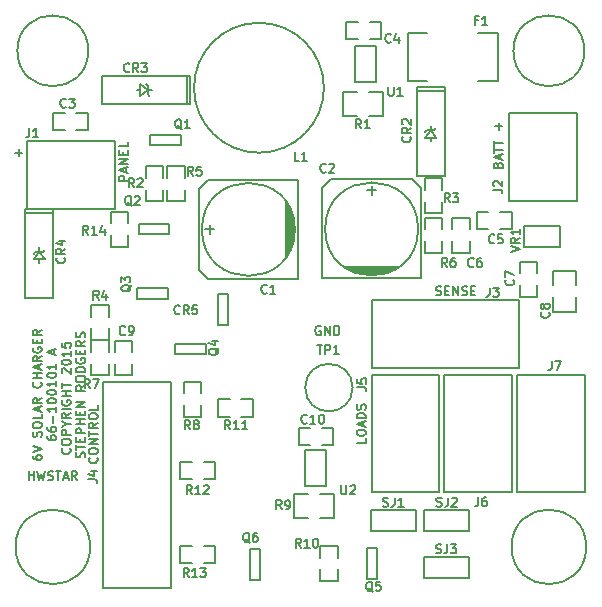
<source format=gto>
G04 (created by PCBNEW (2013-jul-07)-stable) date Mon 11 May 2015 11:07:11 AM PDT*
%MOIN*%
G04 Gerber Fmt 3.4, Leading zero omitted, Abs format*
%FSLAX34Y34*%
G01*
G70*
G90*
G04 APERTURE LIST*
%ADD10C,0.006*%
%ADD11C,0.00787402*%
%ADD12C,0.00590551*%
%ADD13C,0.005*%
G04 APERTURE END LIST*
G54D10*
X73607Y-61161D02*
X73607Y-60861D01*
X73607Y-61004D02*
X73778Y-61004D01*
X73778Y-61161D02*
X73778Y-60861D01*
X73892Y-60861D02*
X73964Y-61161D01*
X74021Y-60947D01*
X74078Y-61161D01*
X74150Y-60861D01*
X74250Y-61147D02*
X74292Y-61161D01*
X74364Y-61161D01*
X74392Y-61147D01*
X74407Y-61132D01*
X74421Y-61104D01*
X74421Y-61075D01*
X74407Y-61047D01*
X74392Y-61032D01*
X74364Y-61018D01*
X74307Y-61004D01*
X74278Y-60990D01*
X74264Y-60975D01*
X74250Y-60947D01*
X74250Y-60918D01*
X74264Y-60890D01*
X74278Y-60875D01*
X74307Y-60861D01*
X74378Y-60861D01*
X74421Y-60875D01*
X74507Y-60861D02*
X74678Y-60861D01*
X74592Y-61161D02*
X74592Y-60861D01*
X74764Y-61075D02*
X74907Y-61075D01*
X74735Y-61161D02*
X74835Y-60861D01*
X74935Y-61161D01*
X75207Y-61161D02*
X75107Y-61018D01*
X75035Y-61161D02*
X75035Y-60861D01*
X75150Y-60861D01*
X75178Y-60875D01*
X75192Y-60890D01*
X75207Y-60918D01*
X75207Y-60961D01*
X75192Y-60990D01*
X75178Y-61004D01*
X75150Y-61018D01*
X75035Y-61018D01*
X73165Y-50247D02*
X73394Y-50247D01*
X73280Y-50361D02*
X73280Y-50132D01*
X73741Y-60341D02*
X73741Y-60398D01*
X73755Y-60427D01*
X73770Y-60441D01*
X73812Y-60469D01*
X73870Y-60484D01*
X73984Y-60484D01*
X74012Y-60469D01*
X74027Y-60455D01*
X74041Y-60427D01*
X74041Y-60369D01*
X74027Y-60341D01*
X74012Y-60327D01*
X73984Y-60312D01*
X73912Y-60312D01*
X73884Y-60327D01*
X73870Y-60341D01*
X73855Y-60369D01*
X73855Y-60427D01*
X73870Y-60455D01*
X73884Y-60469D01*
X73912Y-60484D01*
X73741Y-60227D02*
X74041Y-60127D01*
X73741Y-60027D01*
X74027Y-59712D02*
X74041Y-59670D01*
X74041Y-59598D01*
X74027Y-59570D01*
X74012Y-59555D01*
X73984Y-59541D01*
X73955Y-59541D01*
X73927Y-59555D01*
X73912Y-59570D01*
X73898Y-59598D01*
X73884Y-59655D01*
X73870Y-59684D01*
X73855Y-59698D01*
X73827Y-59712D01*
X73798Y-59712D01*
X73770Y-59698D01*
X73755Y-59684D01*
X73741Y-59655D01*
X73741Y-59584D01*
X73755Y-59541D01*
X73741Y-59355D02*
X73741Y-59298D01*
X73755Y-59270D01*
X73784Y-59241D01*
X73841Y-59227D01*
X73941Y-59227D01*
X73998Y-59241D01*
X74027Y-59270D01*
X74041Y-59298D01*
X74041Y-59355D01*
X74027Y-59384D01*
X73998Y-59412D01*
X73941Y-59427D01*
X73841Y-59427D01*
X73784Y-59412D01*
X73755Y-59384D01*
X73741Y-59355D01*
X74041Y-58955D02*
X74041Y-59098D01*
X73741Y-59098D01*
X73955Y-58870D02*
X73955Y-58727D01*
X74041Y-58898D02*
X73741Y-58798D01*
X74041Y-58698D01*
X74041Y-58427D02*
X73898Y-58527D01*
X74041Y-58598D02*
X73741Y-58598D01*
X73741Y-58484D01*
X73755Y-58455D01*
X73770Y-58441D01*
X73798Y-58427D01*
X73841Y-58427D01*
X73870Y-58441D01*
X73884Y-58455D01*
X73898Y-58484D01*
X73898Y-58598D01*
X74012Y-57898D02*
X74027Y-57912D01*
X74041Y-57955D01*
X74041Y-57984D01*
X74027Y-58027D01*
X73998Y-58055D01*
X73970Y-58070D01*
X73912Y-58084D01*
X73870Y-58084D01*
X73812Y-58070D01*
X73784Y-58055D01*
X73755Y-58027D01*
X73741Y-57984D01*
X73741Y-57955D01*
X73755Y-57912D01*
X73770Y-57898D01*
X74041Y-57770D02*
X73741Y-57770D01*
X73884Y-57770D02*
X73884Y-57598D01*
X74041Y-57598D02*
X73741Y-57598D01*
X73955Y-57470D02*
X73955Y-57327D01*
X74041Y-57498D02*
X73741Y-57398D01*
X74041Y-57298D01*
X74041Y-57027D02*
X73898Y-57127D01*
X74041Y-57198D02*
X73741Y-57198D01*
X73741Y-57084D01*
X73755Y-57055D01*
X73770Y-57041D01*
X73798Y-57027D01*
X73841Y-57027D01*
X73870Y-57041D01*
X73884Y-57055D01*
X73898Y-57084D01*
X73898Y-57198D01*
X73755Y-56741D02*
X73741Y-56770D01*
X73741Y-56812D01*
X73755Y-56855D01*
X73784Y-56884D01*
X73812Y-56898D01*
X73870Y-56912D01*
X73912Y-56912D01*
X73970Y-56898D01*
X73998Y-56884D01*
X74027Y-56855D01*
X74041Y-56812D01*
X74041Y-56784D01*
X74027Y-56741D01*
X74012Y-56727D01*
X73912Y-56727D01*
X73912Y-56784D01*
X73884Y-56598D02*
X73884Y-56498D01*
X74041Y-56455D02*
X74041Y-56598D01*
X73741Y-56598D01*
X73741Y-56455D01*
X74041Y-56155D02*
X73898Y-56255D01*
X74041Y-56327D02*
X73741Y-56327D01*
X73741Y-56212D01*
X73755Y-56184D01*
X73770Y-56170D01*
X73798Y-56155D01*
X73841Y-56155D01*
X73870Y-56170D01*
X73884Y-56184D01*
X73898Y-56212D01*
X73898Y-56327D01*
X74221Y-59691D02*
X74221Y-59748D01*
X74235Y-59777D01*
X74250Y-59791D01*
X74292Y-59819D01*
X74350Y-59834D01*
X74464Y-59834D01*
X74492Y-59819D01*
X74507Y-59805D01*
X74521Y-59777D01*
X74521Y-59719D01*
X74507Y-59691D01*
X74492Y-59677D01*
X74464Y-59662D01*
X74392Y-59662D01*
X74364Y-59677D01*
X74350Y-59691D01*
X74335Y-59719D01*
X74335Y-59777D01*
X74350Y-59805D01*
X74364Y-59819D01*
X74392Y-59834D01*
X74221Y-59405D02*
X74221Y-59462D01*
X74235Y-59491D01*
X74250Y-59505D01*
X74292Y-59534D01*
X74350Y-59548D01*
X74464Y-59548D01*
X74492Y-59534D01*
X74507Y-59519D01*
X74521Y-59491D01*
X74521Y-59434D01*
X74507Y-59405D01*
X74492Y-59391D01*
X74464Y-59377D01*
X74392Y-59377D01*
X74364Y-59391D01*
X74350Y-59405D01*
X74335Y-59434D01*
X74335Y-59491D01*
X74350Y-59519D01*
X74364Y-59534D01*
X74392Y-59548D01*
X74407Y-59248D02*
X74407Y-59019D01*
X74521Y-58719D02*
X74521Y-58891D01*
X74521Y-58805D02*
X74221Y-58805D01*
X74264Y-58834D01*
X74292Y-58862D01*
X74307Y-58891D01*
X74221Y-58534D02*
X74221Y-58505D01*
X74235Y-58477D01*
X74250Y-58462D01*
X74278Y-58448D01*
X74335Y-58434D01*
X74407Y-58434D01*
X74464Y-58448D01*
X74492Y-58462D01*
X74507Y-58477D01*
X74521Y-58505D01*
X74521Y-58534D01*
X74507Y-58562D01*
X74492Y-58577D01*
X74464Y-58591D01*
X74407Y-58605D01*
X74335Y-58605D01*
X74278Y-58591D01*
X74250Y-58577D01*
X74235Y-58562D01*
X74221Y-58534D01*
X74221Y-58248D02*
X74221Y-58219D01*
X74235Y-58191D01*
X74250Y-58177D01*
X74278Y-58162D01*
X74335Y-58148D01*
X74407Y-58148D01*
X74464Y-58162D01*
X74492Y-58177D01*
X74507Y-58191D01*
X74521Y-58219D01*
X74521Y-58248D01*
X74507Y-58277D01*
X74492Y-58291D01*
X74464Y-58305D01*
X74407Y-58319D01*
X74335Y-58319D01*
X74278Y-58305D01*
X74250Y-58291D01*
X74235Y-58277D01*
X74221Y-58248D01*
X74521Y-57862D02*
X74521Y-58034D01*
X74521Y-57948D02*
X74221Y-57948D01*
X74264Y-57977D01*
X74292Y-58005D01*
X74307Y-58034D01*
X74221Y-57677D02*
X74221Y-57648D01*
X74235Y-57620D01*
X74250Y-57605D01*
X74278Y-57591D01*
X74335Y-57577D01*
X74407Y-57577D01*
X74464Y-57591D01*
X74492Y-57605D01*
X74507Y-57620D01*
X74521Y-57648D01*
X74521Y-57677D01*
X74507Y-57705D01*
X74492Y-57720D01*
X74464Y-57734D01*
X74407Y-57748D01*
X74335Y-57748D01*
X74278Y-57734D01*
X74250Y-57720D01*
X74235Y-57705D01*
X74221Y-57677D01*
X74521Y-57291D02*
X74521Y-57462D01*
X74521Y-57377D02*
X74221Y-57377D01*
X74264Y-57405D01*
X74292Y-57434D01*
X74307Y-57462D01*
X74435Y-56948D02*
X74435Y-56805D01*
X74521Y-56977D02*
X74221Y-56877D01*
X74521Y-56777D01*
X74972Y-60105D02*
X74987Y-60119D01*
X75001Y-60162D01*
X75001Y-60191D01*
X74987Y-60234D01*
X74958Y-60262D01*
X74930Y-60277D01*
X74872Y-60291D01*
X74830Y-60291D01*
X74772Y-60277D01*
X74744Y-60262D01*
X74715Y-60234D01*
X74701Y-60191D01*
X74701Y-60162D01*
X74715Y-60119D01*
X74730Y-60105D01*
X74701Y-59919D02*
X74701Y-59862D01*
X74715Y-59834D01*
X74744Y-59805D01*
X74801Y-59791D01*
X74901Y-59791D01*
X74958Y-59805D01*
X74987Y-59834D01*
X75001Y-59862D01*
X75001Y-59919D01*
X74987Y-59948D01*
X74958Y-59977D01*
X74901Y-59991D01*
X74801Y-59991D01*
X74744Y-59977D01*
X74715Y-59948D01*
X74701Y-59919D01*
X75001Y-59662D02*
X74701Y-59662D01*
X74701Y-59548D01*
X74715Y-59519D01*
X74730Y-59505D01*
X74758Y-59491D01*
X74801Y-59491D01*
X74830Y-59505D01*
X74844Y-59519D01*
X74858Y-59548D01*
X74858Y-59662D01*
X74858Y-59305D02*
X75001Y-59305D01*
X74701Y-59405D02*
X74858Y-59305D01*
X74701Y-59205D01*
X75001Y-58934D02*
X74858Y-59034D01*
X75001Y-59105D02*
X74701Y-59105D01*
X74701Y-58991D01*
X74715Y-58962D01*
X74730Y-58948D01*
X74758Y-58934D01*
X74801Y-58934D01*
X74830Y-58948D01*
X74844Y-58962D01*
X74858Y-58991D01*
X74858Y-59105D01*
X75001Y-58805D02*
X74701Y-58805D01*
X74715Y-58505D02*
X74701Y-58534D01*
X74701Y-58577D01*
X74715Y-58619D01*
X74744Y-58648D01*
X74772Y-58662D01*
X74830Y-58677D01*
X74872Y-58677D01*
X74930Y-58662D01*
X74958Y-58648D01*
X74987Y-58619D01*
X75001Y-58577D01*
X75001Y-58548D01*
X74987Y-58505D01*
X74972Y-58491D01*
X74872Y-58491D01*
X74872Y-58548D01*
X75001Y-58362D02*
X74701Y-58362D01*
X74844Y-58362D02*
X74844Y-58191D01*
X75001Y-58191D02*
X74701Y-58191D01*
X74701Y-58091D02*
X74701Y-57919D01*
X75001Y-58005D02*
X74701Y-58005D01*
X74730Y-57605D02*
X74715Y-57591D01*
X74701Y-57562D01*
X74701Y-57491D01*
X74715Y-57462D01*
X74730Y-57448D01*
X74758Y-57434D01*
X74787Y-57434D01*
X74830Y-57448D01*
X75001Y-57619D01*
X75001Y-57434D01*
X74701Y-57248D02*
X74701Y-57219D01*
X74715Y-57191D01*
X74730Y-57177D01*
X74758Y-57162D01*
X74815Y-57148D01*
X74887Y-57148D01*
X74944Y-57162D01*
X74972Y-57177D01*
X74987Y-57191D01*
X75001Y-57219D01*
X75001Y-57248D01*
X74987Y-57277D01*
X74972Y-57291D01*
X74944Y-57305D01*
X74887Y-57319D01*
X74815Y-57319D01*
X74758Y-57305D01*
X74730Y-57291D01*
X74715Y-57277D01*
X74701Y-57248D01*
X75001Y-56862D02*
X75001Y-57034D01*
X75001Y-56948D02*
X74701Y-56948D01*
X74744Y-56977D01*
X74772Y-57005D01*
X74787Y-57034D01*
X74701Y-56591D02*
X74701Y-56734D01*
X74844Y-56748D01*
X74830Y-56734D01*
X74815Y-56705D01*
X74815Y-56634D01*
X74830Y-56605D01*
X74844Y-56591D01*
X74872Y-56577D01*
X74944Y-56577D01*
X74972Y-56591D01*
X74987Y-56605D01*
X75001Y-56634D01*
X75001Y-56705D01*
X74987Y-56734D01*
X74972Y-56748D01*
X75467Y-60405D02*
X75481Y-60362D01*
X75481Y-60291D01*
X75467Y-60262D01*
X75452Y-60248D01*
X75424Y-60234D01*
X75395Y-60234D01*
X75367Y-60248D01*
X75352Y-60262D01*
X75338Y-60291D01*
X75324Y-60348D01*
X75310Y-60377D01*
X75295Y-60391D01*
X75267Y-60405D01*
X75238Y-60405D01*
X75210Y-60391D01*
X75195Y-60377D01*
X75181Y-60348D01*
X75181Y-60277D01*
X75195Y-60234D01*
X75181Y-60148D02*
X75181Y-59977D01*
X75481Y-60062D02*
X75181Y-60062D01*
X75324Y-59877D02*
X75324Y-59777D01*
X75481Y-59734D02*
X75481Y-59877D01*
X75181Y-59877D01*
X75181Y-59734D01*
X75481Y-59605D02*
X75181Y-59605D01*
X75181Y-59491D01*
X75195Y-59462D01*
X75210Y-59448D01*
X75238Y-59434D01*
X75281Y-59434D01*
X75310Y-59448D01*
X75324Y-59462D01*
X75338Y-59491D01*
X75338Y-59605D01*
X75481Y-59305D02*
X75181Y-59305D01*
X75324Y-59305D02*
X75324Y-59134D01*
X75481Y-59134D02*
X75181Y-59134D01*
X75324Y-58991D02*
X75324Y-58891D01*
X75481Y-58848D02*
X75481Y-58991D01*
X75181Y-58991D01*
X75181Y-58848D01*
X75481Y-58719D02*
X75181Y-58719D01*
X75481Y-58548D01*
X75181Y-58548D01*
X75481Y-58005D02*
X75338Y-58105D01*
X75481Y-58177D02*
X75181Y-58177D01*
X75181Y-58062D01*
X75195Y-58034D01*
X75210Y-58020D01*
X75238Y-58005D01*
X75281Y-58005D01*
X75310Y-58020D01*
X75324Y-58034D01*
X75338Y-58062D01*
X75338Y-58177D01*
X75181Y-57820D02*
X75181Y-57762D01*
X75195Y-57734D01*
X75224Y-57705D01*
X75281Y-57691D01*
X75381Y-57691D01*
X75438Y-57705D01*
X75467Y-57734D01*
X75481Y-57762D01*
X75481Y-57820D01*
X75467Y-57848D01*
X75438Y-57877D01*
X75381Y-57891D01*
X75281Y-57891D01*
X75224Y-57877D01*
X75195Y-57848D01*
X75181Y-57820D01*
X75481Y-57562D02*
X75181Y-57562D01*
X75181Y-57491D01*
X75195Y-57448D01*
X75224Y-57419D01*
X75252Y-57405D01*
X75310Y-57391D01*
X75352Y-57391D01*
X75410Y-57405D01*
X75438Y-57419D01*
X75467Y-57448D01*
X75481Y-57491D01*
X75481Y-57562D01*
X75195Y-57105D02*
X75181Y-57134D01*
X75181Y-57177D01*
X75195Y-57219D01*
X75224Y-57248D01*
X75252Y-57262D01*
X75310Y-57277D01*
X75352Y-57277D01*
X75410Y-57262D01*
X75438Y-57248D01*
X75467Y-57219D01*
X75481Y-57177D01*
X75481Y-57148D01*
X75467Y-57105D01*
X75452Y-57091D01*
X75352Y-57091D01*
X75352Y-57148D01*
X75324Y-56962D02*
X75324Y-56862D01*
X75481Y-56819D02*
X75481Y-56962D01*
X75181Y-56962D01*
X75181Y-56819D01*
X75481Y-56519D02*
X75338Y-56619D01*
X75481Y-56691D02*
X75181Y-56691D01*
X75181Y-56577D01*
X75195Y-56548D01*
X75210Y-56534D01*
X75238Y-56519D01*
X75281Y-56519D01*
X75310Y-56534D01*
X75324Y-56548D01*
X75338Y-56577D01*
X75338Y-56691D01*
X75467Y-56405D02*
X75481Y-56362D01*
X75481Y-56291D01*
X75467Y-56262D01*
X75452Y-56248D01*
X75424Y-56234D01*
X75395Y-56234D01*
X75367Y-56248D01*
X75352Y-56262D01*
X75338Y-56291D01*
X75324Y-56348D01*
X75310Y-56377D01*
X75295Y-56391D01*
X75267Y-56405D01*
X75238Y-56405D01*
X75210Y-56391D01*
X75195Y-56377D01*
X75181Y-56348D01*
X75181Y-56277D01*
X75195Y-56234D01*
X84841Y-59765D02*
X84841Y-59908D01*
X84541Y-59908D01*
X84541Y-59608D02*
X84541Y-59551D01*
X84555Y-59522D01*
X84584Y-59494D01*
X84641Y-59480D01*
X84741Y-59480D01*
X84798Y-59494D01*
X84827Y-59522D01*
X84841Y-59551D01*
X84841Y-59608D01*
X84827Y-59637D01*
X84798Y-59665D01*
X84741Y-59680D01*
X84641Y-59680D01*
X84584Y-59665D01*
X84555Y-59637D01*
X84541Y-59608D01*
X84755Y-59365D02*
X84755Y-59222D01*
X84841Y-59394D02*
X84541Y-59294D01*
X84841Y-59194D01*
X84841Y-59094D02*
X84541Y-59094D01*
X84541Y-59022D01*
X84555Y-58980D01*
X84584Y-58951D01*
X84612Y-58937D01*
X84670Y-58922D01*
X84712Y-58922D01*
X84770Y-58937D01*
X84798Y-58951D01*
X84827Y-58980D01*
X84841Y-59022D01*
X84841Y-59094D01*
X84827Y-58808D02*
X84841Y-58765D01*
X84841Y-58694D01*
X84827Y-58665D01*
X84812Y-58651D01*
X84784Y-58637D01*
X84755Y-58637D01*
X84727Y-58651D01*
X84712Y-58665D01*
X84698Y-58694D01*
X84684Y-58751D01*
X84670Y-58780D01*
X84655Y-58794D01*
X84627Y-58808D01*
X84598Y-58808D01*
X84570Y-58794D01*
X84555Y-58780D01*
X84541Y-58751D01*
X84541Y-58680D01*
X84555Y-58637D01*
X87182Y-54987D02*
X87225Y-55001D01*
X87297Y-55001D01*
X87325Y-54987D01*
X87340Y-54972D01*
X87354Y-54944D01*
X87354Y-54915D01*
X87340Y-54887D01*
X87325Y-54872D01*
X87297Y-54858D01*
X87240Y-54844D01*
X87211Y-54830D01*
X87197Y-54815D01*
X87182Y-54787D01*
X87182Y-54758D01*
X87197Y-54730D01*
X87211Y-54715D01*
X87240Y-54701D01*
X87311Y-54701D01*
X87354Y-54715D01*
X87482Y-54844D02*
X87582Y-54844D01*
X87625Y-55001D02*
X87482Y-55001D01*
X87482Y-54701D01*
X87625Y-54701D01*
X87754Y-55001D02*
X87754Y-54701D01*
X87925Y-55001D01*
X87925Y-54701D01*
X88054Y-54987D02*
X88097Y-55001D01*
X88168Y-55001D01*
X88197Y-54987D01*
X88211Y-54972D01*
X88225Y-54944D01*
X88225Y-54915D01*
X88211Y-54887D01*
X88197Y-54872D01*
X88168Y-54858D01*
X88111Y-54844D01*
X88082Y-54830D01*
X88068Y-54815D01*
X88054Y-54787D01*
X88054Y-54758D01*
X88068Y-54730D01*
X88082Y-54715D01*
X88111Y-54701D01*
X88182Y-54701D01*
X88225Y-54715D01*
X88354Y-54844D02*
X88454Y-54844D01*
X88497Y-55001D02*
X88354Y-55001D01*
X88354Y-54701D01*
X88497Y-54701D01*
X75880Y-60409D02*
X75894Y-60424D01*
X75908Y-60467D01*
X75908Y-60495D01*
X75894Y-60538D01*
X75865Y-60567D01*
X75837Y-60581D01*
X75780Y-60595D01*
X75737Y-60595D01*
X75680Y-60581D01*
X75651Y-60567D01*
X75623Y-60538D01*
X75608Y-60495D01*
X75608Y-60467D01*
X75623Y-60424D01*
X75637Y-60409D01*
X75608Y-60224D02*
X75608Y-60167D01*
X75623Y-60138D01*
X75651Y-60109D01*
X75708Y-60095D01*
X75808Y-60095D01*
X75865Y-60109D01*
X75894Y-60138D01*
X75908Y-60167D01*
X75908Y-60224D01*
X75894Y-60252D01*
X75865Y-60281D01*
X75808Y-60295D01*
X75708Y-60295D01*
X75651Y-60281D01*
X75623Y-60252D01*
X75608Y-60224D01*
X75908Y-59967D02*
X75608Y-59967D01*
X75908Y-59795D01*
X75608Y-59795D01*
X75608Y-59695D02*
X75608Y-59524D01*
X75908Y-59609D02*
X75608Y-59609D01*
X75908Y-59252D02*
X75765Y-59352D01*
X75908Y-59424D02*
X75608Y-59424D01*
X75608Y-59309D01*
X75623Y-59281D01*
X75637Y-59267D01*
X75665Y-59252D01*
X75708Y-59252D01*
X75737Y-59267D01*
X75751Y-59281D01*
X75765Y-59309D01*
X75765Y-59424D01*
X75608Y-59067D02*
X75608Y-59009D01*
X75623Y-58981D01*
X75651Y-58952D01*
X75708Y-58938D01*
X75808Y-58938D01*
X75865Y-58952D01*
X75894Y-58981D01*
X75908Y-59009D01*
X75908Y-59067D01*
X75894Y-59095D01*
X75865Y-59124D01*
X75808Y-59138D01*
X75708Y-59138D01*
X75651Y-59124D01*
X75623Y-59095D01*
X75608Y-59067D01*
X75908Y-58667D02*
X75908Y-58809D01*
X75608Y-58809D01*
X89165Y-49367D02*
X89394Y-49367D01*
X89280Y-49481D02*
X89280Y-49252D01*
X76921Y-51181D02*
X76621Y-51181D01*
X76621Y-51067D01*
X76635Y-51038D01*
X76650Y-51024D01*
X76678Y-51010D01*
X76721Y-51010D01*
X76750Y-51024D01*
X76764Y-51038D01*
X76778Y-51067D01*
X76778Y-51181D01*
X76835Y-50895D02*
X76835Y-50752D01*
X76921Y-50924D02*
X76621Y-50824D01*
X76921Y-50724D01*
X76921Y-50624D02*
X76621Y-50624D01*
X76921Y-50452D01*
X76621Y-50452D01*
X76764Y-50309D02*
X76764Y-50209D01*
X76921Y-50167D02*
X76921Y-50309D01*
X76621Y-50309D01*
X76621Y-50167D01*
X76921Y-49895D02*
X76921Y-50038D01*
X76621Y-50038D01*
X89244Y-50655D02*
X89258Y-50612D01*
X89272Y-50598D01*
X89301Y-50584D01*
X89344Y-50584D01*
X89372Y-50598D01*
X89387Y-50612D01*
X89401Y-50641D01*
X89401Y-50755D01*
X89101Y-50755D01*
X89101Y-50655D01*
X89115Y-50627D01*
X89130Y-50612D01*
X89158Y-50598D01*
X89187Y-50598D01*
X89215Y-50612D01*
X89230Y-50627D01*
X89244Y-50655D01*
X89244Y-50755D01*
X89315Y-50469D02*
X89315Y-50327D01*
X89401Y-50498D02*
X89101Y-50398D01*
X89401Y-50298D01*
X89101Y-50241D02*
X89101Y-50069D01*
X89401Y-50155D02*
X89101Y-50155D01*
X89101Y-50012D02*
X89101Y-49841D01*
X89401Y-49927D02*
X89101Y-49927D01*
X83334Y-56036D02*
X83305Y-56022D01*
X83262Y-56022D01*
X83220Y-56036D01*
X83191Y-56065D01*
X83177Y-56093D01*
X83162Y-56150D01*
X83162Y-56193D01*
X83177Y-56250D01*
X83191Y-56279D01*
X83220Y-56307D01*
X83262Y-56322D01*
X83291Y-56322D01*
X83334Y-56307D01*
X83348Y-56293D01*
X83348Y-56193D01*
X83291Y-56193D01*
X83477Y-56322D02*
X83477Y-56022D01*
X83648Y-56322D01*
X83648Y-56022D01*
X83791Y-56322D02*
X83791Y-56022D01*
X83862Y-56022D01*
X83905Y-56036D01*
X83934Y-56065D01*
X83948Y-56093D01*
X83962Y-56150D01*
X83962Y-56193D01*
X83948Y-56250D01*
X83934Y-56279D01*
X83905Y-56307D01*
X83862Y-56322D01*
X83791Y-56322D01*
G54D11*
X75654Y-63385D02*
G75*
G03X75654Y-63385I-1244J0D01*
G74*
G01*
X92189Y-63385D02*
G75*
G03X92189Y-63385I-1244J0D01*
G74*
G01*
X92125Y-46850D02*
G75*
G03X92125Y-46850I-1181J0D01*
G74*
G01*
X75590Y-46850D02*
G75*
G03X75590Y-46850I-1181J0D01*
G74*
G01*
G54D12*
X73487Y-52124D02*
X74432Y-52124D01*
X73487Y-52242D02*
X74432Y-52242D01*
X73487Y-55075D02*
X74432Y-55075D01*
G54D10*
X73956Y-53817D02*
X73956Y-53915D01*
X73487Y-55077D02*
X73487Y-52124D01*
X74432Y-55077D02*
X74432Y-52124D01*
X73956Y-53550D02*
X73769Y-53800D01*
X73769Y-53800D02*
X73956Y-53800D01*
X73956Y-53800D02*
X74143Y-53800D01*
X74143Y-53800D02*
X73956Y-53550D01*
X73956Y-53550D02*
X73831Y-53550D01*
X73831Y-53550D02*
X73769Y-53612D01*
X73956Y-53550D02*
X74081Y-53550D01*
X74081Y-53550D02*
X74143Y-53488D01*
X73956Y-53550D02*
X73956Y-53404D01*
G54D12*
X86535Y-48070D02*
X87480Y-48070D01*
X86535Y-48188D02*
X87480Y-48188D01*
X86535Y-51021D02*
X87480Y-51021D01*
G54D10*
X87003Y-49763D02*
X87003Y-49862D01*
X86535Y-51023D02*
X86535Y-48070D01*
X87480Y-51023D02*
X87480Y-48070D01*
X87003Y-49496D02*
X86816Y-49746D01*
X86816Y-49746D02*
X87003Y-49746D01*
X87003Y-49746D02*
X87190Y-49746D01*
X87190Y-49746D02*
X87003Y-49496D01*
X87003Y-49496D02*
X86878Y-49496D01*
X86878Y-49496D02*
X86816Y-49558D01*
X87003Y-49496D02*
X87128Y-49496D01*
X87128Y-49496D02*
X87190Y-49434D01*
X87003Y-49496D02*
X87003Y-49350D01*
G54D12*
X78995Y-47687D02*
X78995Y-48632D01*
X78877Y-47687D02*
X78877Y-48632D01*
X76044Y-47687D02*
X76044Y-48632D01*
G54D10*
X77302Y-48156D02*
X77204Y-48156D01*
X76042Y-47687D02*
X78995Y-47687D01*
X76042Y-48632D02*
X78995Y-48632D01*
X77569Y-48156D02*
X77319Y-47969D01*
X77319Y-47969D02*
X77319Y-48156D01*
X77319Y-48156D02*
X77319Y-48343D01*
X77319Y-48343D02*
X77569Y-48156D01*
X77569Y-48156D02*
X77569Y-48031D01*
X77569Y-48031D02*
X77507Y-47969D01*
X77569Y-48156D02*
X77569Y-48281D01*
X77569Y-48281D02*
X77631Y-48343D01*
X77569Y-48156D02*
X77715Y-48156D01*
X84563Y-49007D02*
X84094Y-49007D01*
X84094Y-49007D02*
X84094Y-48232D01*
X84094Y-48232D02*
X84563Y-48232D01*
X84963Y-48232D02*
X85429Y-48232D01*
X85429Y-48232D02*
X85429Y-49007D01*
G54D12*
X85429Y-49007D02*
X84963Y-49007D01*
G54D13*
X85190Y-47900D02*
X84490Y-47900D01*
X84490Y-47900D02*
X84490Y-46700D01*
X84490Y-46700D02*
X85190Y-46700D01*
X85190Y-46700D02*
X85190Y-47900D01*
X83510Y-61360D02*
X82810Y-61360D01*
X82810Y-61360D02*
X82810Y-60160D01*
X82810Y-60160D02*
X83510Y-60160D01*
X83510Y-60160D02*
X83510Y-61360D01*
G54D10*
X82903Y-62407D02*
X82434Y-62407D01*
X82434Y-62407D02*
X82434Y-61632D01*
X82434Y-61632D02*
X82903Y-61632D01*
X83303Y-61632D02*
X83769Y-61632D01*
X83769Y-61632D02*
X83769Y-62407D01*
G54D12*
X83769Y-62407D02*
X83303Y-62407D01*
G54D13*
X90120Y-53390D02*
X90120Y-52690D01*
X90120Y-52690D02*
X91320Y-52690D01*
X91320Y-52690D02*
X91320Y-53390D01*
X91320Y-53390D02*
X90120Y-53390D01*
G54D10*
X90550Y-54264D02*
X90550Y-53877D01*
X90550Y-53877D02*
X89969Y-53877D01*
X89969Y-53877D02*
X89969Y-54264D01*
X90550Y-55042D02*
X90550Y-54658D01*
X90550Y-55042D02*
X89969Y-55042D01*
X89969Y-55042D02*
X89969Y-54658D01*
X89315Y-52790D02*
X89702Y-52790D01*
X89702Y-52790D02*
X89702Y-52209D01*
X89702Y-52209D02*
X89315Y-52209D01*
X88537Y-52790D02*
X88921Y-52790D01*
X88537Y-52790D02*
X88537Y-52209D01*
X88537Y-52209D02*
X88921Y-52209D01*
X83445Y-48080D02*
G75*
G03X83445Y-48080I-2165J0D01*
G74*
G01*
G54D13*
X88596Y-47840D02*
X89246Y-47840D01*
X89246Y-47840D02*
X89246Y-46240D01*
X89246Y-46240D02*
X88596Y-46240D01*
X86884Y-46240D02*
X86234Y-46240D01*
X86234Y-46240D02*
X86234Y-47840D01*
X86234Y-47840D02*
X86884Y-47840D01*
G54D10*
X84975Y-46470D02*
X85362Y-46470D01*
X85362Y-46470D02*
X85362Y-45889D01*
X85362Y-45889D02*
X84975Y-45889D01*
X84197Y-46470D02*
X84581Y-46470D01*
X84197Y-46470D02*
X84197Y-45889D01*
X84197Y-45889D02*
X84581Y-45889D01*
X75198Y-49503D02*
X75572Y-49503D01*
X74804Y-49503D02*
X74431Y-49503D01*
X75198Y-48936D02*
X75572Y-48936D01*
X74431Y-48936D02*
X74804Y-48936D01*
X75572Y-48936D02*
X75572Y-49503D01*
X74431Y-49503D02*
X74431Y-48936D01*
G54D12*
X73563Y-49854D02*
X76476Y-49854D01*
X76476Y-49854D02*
X76476Y-52118D01*
X76476Y-52118D02*
X73563Y-52118D01*
X73563Y-52118D02*
X73563Y-49854D01*
G54D10*
X78671Y-49650D02*
X78671Y-49989D01*
X77646Y-49650D02*
X77646Y-49989D01*
X78671Y-49989D02*
X77646Y-49989D01*
X77646Y-49650D02*
X78671Y-49650D01*
X77268Y-52949D02*
X77268Y-52610D01*
X78293Y-52949D02*
X78293Y-52610D01*
X77268Y-52610D02*
X78293Y-52610D01*
X78293Y-52949D02*
X77268Y-52949D01*
X77228Y-55109D02*
X77228Y-54770D01*
X78253Y-55109D02*
X78253Y-54770D01*
X77228Y-54770D02*
X78253Y-54770D01*
X78253Y-55109D02*
X77228Y-55109D01*
X79910Y-54948D02*
X80249Y-54948D01*
X79910Y-55973D02*
X80249Y-55973D01*
X80249Y-54948D02*
X80249Y-55973D01*
X79910Y-55973D02*
X79910Y-54948D01*
X79511Y-56610D02*
X79511Y-56949D01*
X78486Y-56610D02*
X78486Y-56949D01*
X79511Y-56949D02*
X78486Y-56949D01*
X78486Y-56610D02*
X79511Y-56610D01*
X85229Y-64451D02*
X84890Y-64451D01*
X85229Y-63426D02*
X84890Y-63426D01*
X84890Y-64451D02*
X84890Y-63426D01*
X85229Y-63426D02*
X85229Y-64451D01*
X85006Y-62858D02*
X86506Y-62858D01*
X86506Y-62858D02*
X86506Y-62158D01*
X86506Y-62158D02*
X85006Y-62158D01*
X85006Y-62858D02*
X85006Y-62158D01*
X86786Y-62858D02*
X88286Y-62858D01*
X88286Y-62858D02*
X88286Y-62158D01*
X88286Y-62158D02*
X86786Y-62158D01*
X86786Y-62858D02*
X86786Y-62158D01*
X86766Y-64418D02*
X88266Y-64418D01*
X88266Y-64418D02*
X88266Y-63718D01*
X88266Y-63718D02*
X86766Y-63718D01*
X86766Y-64418D02*
X86766Y-63718D01*
X81309Y-64491D02*
X80970Y-64491D01*
X81309Y-63466D02*
X80970Y-63466D01*
X80970Y-64491D02*
X80970Y-63466D01*
X81309Y-63466D02*
X81309Y-64491D01*
G54D12*
X85034Y-61568D02*
X85034Y-57671D01*
X85034Y-57671D02*
X87298Y-57671D01*
X87298Y-57671D02*
X87298Y-61568D01*
X87298Y-61568D02*
X85034Y-61568D01*
X87454Y-61568D02*
X87454Y-57671D01*
X87454Y-57671D02*
X89718Y-57671D01*
X89718Y-57671D02*
X89718Y-61568D01*
X89718Y-61568D02*
X87454Y-61568D01*
X89874Y-61568D02*
X89874Y-57671D01*
X89874Y-57671D02*
X92138Y-57671D01*
X92138Y-57671D02*
X92138Y-61568D01*
X92138Y-61568D02*
X89874Y-61568D01*
X89940Y-57425D02*
X85059Y-57425D01*
X85059Y-57425D02*
X85059Y-55161D01*
X85059Y-55161D02*
X89940Y-55161D01*
X89429Y-55161D02*
X89448Y-55161D01*
X89940Y-55161D02*
X89940Y-57425D01*
X76074Y-64745D02*
X76074Y-57894D01*
X76074Y-57894D02*
X78338Y-57894D01*
X78338Y-57894D02*
X78338Y-64745D01*
X78338Y-63249D02*
X78338Y-63268D01*
X78338Y-64745D02*
X76074Y-64745D01*
X91870Y-48937D02*
X91870Y-51850D01*
X91870Y-51850D02*
X89606Y-51850D01*
X89606Y-51850D02*
X89606Y-48937D01*
X89606Y-48937D02*
X91870Y-48937D01*
G54D10*
X84402Y-58076D02*
G75*
G03X84402Y-58076I-790J0D01*
G74*
G01*
G54D13*
X84640Y-54300D02*
X85440Y-54300D01*
X85590Y-54250D02*
X84490Y-54250D01*
X84390Y-54200D02*
X85690Y-54200D01*
X85790Y-54150D02*
X84290Y-54150D01*
X85840Y-54100D02*
X84240Y-54100D01*
X84140Y-54050D02*
X85940Y-54050D01*
G54D10*
X86586Y-52788D02*
G75*
G03X86586Y-52788I-1550J0D01*
G74*
G01*
X83386Y-54438D02*
X86686Y-54438D01*
X86686Y-54438D02*
X86686Y-51438D01*
X86686Y-51438D02*
X86386Y-51138D01*
X86386Y-51138D02*
X83686Y-51138D01*
X83686Y-51138D02*
X83386Y-51438D01*
X83386Y-51438D02*
X83386Y-54438D01*
G54D13*
X85040Y-51350D02*
X85040Y-51650D01*
X84890Y-51500D02*
X85190Y-51500D01*
X82440Y-53200D02*
X82440Y-52400D01*
X82390Y-52250D02*
X82390Y-53350D01*
X82340Y-53450D02*
X82340Y-52150D01*
X82290Y-52050D02*
X82290Y-53550D01*
X82240Y-52000D02*
X82240Y-53600D01*
X82190Y-53700D02*
X82190Y-51900D01*
G54D10*
X82478Y-52803D02*
G75*
G03X82478Y-52803I-1550J0D01*
G74*
G01*
X82578Y-54453D02*
X82578Y-51153D01*
X82578Y-51153D02*
X79578Y-51153D01*
X79578Y-51153D02*
X79278Y-51453D01*
X79278Y-51453D02*
X79278Y-54153D01*
X79278Y-54153D02*
X79578Y-54453D01*
X79578Y-54453D02*
X82578Y-54453D01*
G54D13*
X79490Y-52800D02*
X79790Y-52800D01*
X79640Y-52950D02*
X79640Y-52650D01*
G54D10*
X78810Y-51084D02*
X78810Y-50697D01*
X78810Y-50697D02*
X78229Y-50697D01*
X78229Y-50697D02*
X78229Y-51084D01*
X78810Y-51862D02*
X78810Y-51478D01*
X78810Y-51862D02*
X78229Y-51862D01*
X78229Y-51862D02*
X78229Y-51478D01*
X78090Y-51084D02*
X78090Y-50697D01*
X78090Y-50697D02*
X77509Y-50697D01*
X77509Y-50697D02*
X77509Y-51084D01*
X78090Y-51862D02*
X78090Y-51478D01*
X78090Y-51862D02*
X77509Y-51862D01*
X77509Y-51862D02*
X77509Y-51478D01*
X76930Y-52604D02*
X76930Y-52217D01*
X76930Y-52217D02*
X76349Y-52217D01*
X76349Y-52217D02*
X76349Y-52604D01*
X76930Y-53382D02*
X76930Y-52998D01*
X76930Y-53382D02*
X76349Y-53382D01*
X76349Y-53382D02*
X76349Y-52998D01*
X87390Y-51484D02*
X87390Y-51097D01*
X87390Y-51097D02*
X86809Y-51097D01*
X86809Y-51097D02*
X86809Y-51484D01*
X87390Y-52262D02*
X87390Y-51878D01*
X87390Y-52262D02*
X86809Y-52262D01*
X86809Y-52262D02*
X86809Y-51878D01*
X87390Y-52804D02*
X87390Y-52417D01*
X87390Y-52417D02*
X86809Y-52417D01*
X86809Y-52417D02*
X86809Y-52804D01*
X87390Y-53582D02*
X87390Y-53198D01*
X87390Y-53582D02*
X86809Y-53582D01*
X86809Y-53582D02*
X86809Y-53198D01*
X88310Y-52804D02*
X88310Y-52417D01*
X88310Y-52417D02*
X87729Y-52417D01*
X87729Y-52417D02*
X87729Y-52804D01*
X88310Y-53582D02*
X88310Y-53198D01*
X88310Y-53582D02*
X87729Y-53582D01*
X87729Y-53582D02*
X87729Y-53198D01*
X76275Y-55710D02*
X76275Y-55322D01*
X76275Y-55322D02*
X75693Y-55322D01*
X75693Y-55322D02*
X75693Y-55710D01*
X76275Y-56488D02*
X76275Y-56104D01*
X76275Y-56488D02*
X75693Y-56488D01*
X75693Y-56488D02*
X75693Y-56104D01*
X76275Y-56891D02*
X76275Y-56503D01*
X76275Y-56503D02*
X75693Y-56503D01*
X75693Y-56503D02*
X75693Y-56891D01*
X76275Y-57669D02*
X76275Y-57285D01*
X76275Y-57669D02*
X75693Y-57669D01*
X75693Y-57669D02*
X75693Y-57285D01*
X76488Y-57285D02*
X76488Y-57659D01*
X76488Y-56891D02*
X76488Y-56517D01*
X77055Y-57285D02*
X77055Y-57659D01*
X77055Y-56517D02*
X77055Y-56891D01*
X77055Y-57659D02*
X76488Y-57659D01*
X76488Y-56517D02*
X77055Y-56517D01*
X78769Y-58655D02*
X78769Y-59042D01*
X78769Y-59042D02*
X79350Y-59042D01*
X79350Y-59042D02*
X79350Y-58655D01*
X78769Y-57877D02*
X78769Y-58261D01*
X78769Y-57877D02*
X79350Y-57877D01*
X79350Y-57877D02*
X79350Y-58261D01*
X80304Y-58469D02*
X79917Y-58469D01*
X79917Y-58469D02*
X79917Y-59050D01*
X79917Y-59050D02*
X80304Y-59050D01*
X81082Y-58469D02*
X80698Y-58469D01*
X81082Y-58469D02*
X81082Y-59050D01*
X81082Y-59050D02*
X80698Y-59050D01*
X79044Y-60549D02*
X78657Y-60549D01*
X78657Y-60549D02*
X78657Y-61130D01*
X78657Y-61130D02*
X79044Y-61130D01*
X79822Y-60549D02*
X79438Y-60549D01*
X79822Y-60549D02*
X79822Y-61130D01*
X79822Y-61130D02*
X79438Y-61130D01*
X82981Y-59436D02*
X82607Y-59436D01*
X83375Y-59436D02*
X83748Y-59436D01*
X82981Y-60003D02*
X82607Y-60003D01*
X83748Y-60003D02*
X83375Y-60003D01*
X82607Y-60003D02*
X82607Y-59436D01*
X83748Y-59436D02*
X83748Y-60003D01*
X83329Y-64135D02*
X83329Y-64522D01*
X83329Y-64522D02*
X83910Y-64522D01*
X83910Y-64522D02*
X83910Y-64135D01*
X83329Y-63357D02*
X83329Y-63741D01*
X83329Y-63357D02*
X83910Y-63357D01*
X83910Y-63357D02*
X83910Y-63741D01*
X79044Y-63349D02*
X78657Y-63349D01*
X78657Y-63349D02*
X78657Y-63930D01*
X78657Y-63930D02*
X79044Y-63930D01*
X79822Y-63349D02*
X79438Y-63349D01*
X79822Y-63349D02*
X79822Y-63930D01*
X79822Y-63930D02*
X79438Y-63930D01*
X91081Y-54661D02*
X91081Y-54183D01*
X91081Y-54183D02*
X91838Y-54183D01*
X91838Y-54183D02*
X91838Y-54661D01*
X91838Y-55061D02*
X91838Y-55540D01*
X91838Y-55540D02*
X91081Y-55540D01*
X91081Y-55540D02*
X91081Y-55061D01*
X74797Y-53743D02*
X74811Y-53757D01*
X74826Y-53800D01*
X74826Y-53829D01*
X74811Y-53871D01*
X74783Y-53900D01*
X74754Y-53914D01*
X74697Y-53929D01*
X74654Y-53929D01*
X74597Y-53914D01*
X74569Y-53900D01*
X74540Y-53871D01*
X74526Y-53829D01*
X74526Y-53800D01*
X74540Y-53757D01*
X74554Y-53743D01*
X74826Y-53443D02*
X74683Y-53543D01*
X74826Y-53614D02*
X74526Y-53614D01*
X74526Y-53500D01*
X74540Y-53471D01*
X74554Y-53457D01*
X74583Y-53443D01*
X74626Y-53443D01*
X74654Y-53457D01*
X74669Y-53471D01*
X74683Y-53500D01*
X74683Y-53614D01*
X74626Y-53186D02*
X74826Y-53186D01*
X74511Y-53257D02*
X74726Y-53329D01*
X74726Y-53143D01*
X86313Y-49707D02*
X86327Y-49722D01*
X86341Y-49765D01*
X86341Y-49793D01*
X86327Y-49836D01*
X86299Y-49865D01*
X86270Y-49879D01*
X86213Y-49893D01*
X86170Y-49893D01*
X86113Y-49879D01*
X86084Y-49865D01*
X86056Y-49836D01*
X86041Y-49793D01*
X86041Y-49765D01*
X86056Y-49722D01*
X86070Y-49707D01*
X86341Y-49407D02*
X86199Y-49507D01*
X86341Y-49579D02*
X86041Y-49579D01*
X86041Y-49465D01*
X86056Y-49436D01*
X86070Y-49422D01*
X86099Y-49407D01*
X86141Y-49407D01*
X86170Y-49422D01*
X86184Y-49436D01*
X86199Y-49465D01*
X86199Y-49579D01*
X86070Y-49293D02*
X86056Y-49279D01*
X86041Y-49250D01*
X86041Y-49179D01*
X86056Y-49150D01*
X86070Y-49136D01*
X86099Y-49122D01*
X86127Y-49122D01*
X86170Y-49136D01*
X86341Y-49307D01*
X86341Y-49122D01*
X76965Y-47533D02*
X76951Y-47548D01*
X76908Y-47562D01*
X76879Y-47562D01*
X76836Y-47548D01*
X76808Y-47519D01*
X76793Y-47490D01*
X76779Y-47433D01*
X76779Y-47390D01*
X76793Y-47333D01*
X76808Y-47305D01*
X76836Y-47276D01*
X76879Y-47262D01*
X76908Y-47262D01*
X76951Y-47276D01*
X76965Y-47290D01*
X77265Y-47562D02*
X77165Y-47419D01*
X77093Y-47562D02*
X77093Y-47262D01*
X77208Y-47262D01*
X77236Y-47276D01*
X77251Y-47290D01*
X77265Y-47319D01*
X77265Y-47362D01*
X77251Y-47390D01*
X77236Y-47405D01*
X77208Y-47419D01*
X77093Y-47419D01*
X77365Y-47262D02*
X77551Y-47262D01*
X77451Y-47376D01*
X77493Y-47376D01*
X77522Y-47390D01*
X77536Y-47405D01*
X77551Y-47433D01*
X77551Y-47505D01*
X77536Y-47533D01*
X77522Y-47548D01*
X77493Y-47562D01*
X77408Y-47562D01*
X77379Y-47548D01*
X77365Y-47533D01*
X84694Y-49432D02*
X84594Y-49289D01*
X84522Y-49432D02*
X84522Y-49132D01*
X84636Y-49132D01*
X84665Y-49146D01*
X84679Y-49161D01*
X84694Y-49189D01*
X84694Y-49232D01*
X84679Y-49261D01*
X84665Y-49275D01*
X84636Y-49289D01*
X84522Y-49289D01*
X84979Y-49432D02*
X84808Y-49432D01*
X84894Y-49432D02*
X84894Y-49132D01*
X84865Y-49175D01*
X84836Y-49203D01*
X84808Y-49218D01*
X85598Y-48049D02*
X85598Y-48292D01*
X85612Y-48321D01*
X85626Y-48335D01*
X85655Y-48349D01*
X85712Y-48349D01*
X85741Y-48335D01*
X85755Y-48321D01*
X85769Y-48292D01*
X85769Y-48049D01*
X86069Y-48349D02*
X85898Y-48349D01*
X85983Y-48349D02*
X85983Y-48049D01*
X85955Y-48092D01*
X85926Y-48121D01*
X85898Y-48135D01*
X84023Y-61337D02*
X84023Y-61580D01*
X84037Y-61608D01*
X84051Y-61622D01*
X84080Y-61637D01*
X84137Y-61637D01*
X84166Y-61622D01*
X84180Y-61608D01*
X84194Y-61580D01*
X84194Y-61337D01*
X84323Y-61365D02*
X84337Y-61351D01*
X84366Y-61337D01*
X84437Y-61337D01*
X84466Y-61351D01*
X84480Y-61365D01*
X84494Y-61394D01*
X84494Y-61422D01*
X84480Y-61465D01*
X84309Y-61637D01*
X84494Y-61637D01*
X82036Y-62129D02*
X81936Y-61986D01*
X81865Y-62129D02*
X81865Y-61829D01*
X81979Y-61829D01*
X82008Y-61843D01*
X82022Y-61857D01*
X82036Y-61886D01*
X82036Y-61929D01*
X82022Y-61957D01*
X82008Y-61972D01*
X81979Y-61986D01*
X81865Y-61986D01*
X82179Y-62129D02*
X82236Y-62129D01*
X82265Y-62115D01*
X82279Y-62100D01*
X82308Y-62057D01*
X82322Y-62000D01*
X82322Y-61886D01*
X82308Y-61857D01*
X82293Y-61843D01*
X82265Y-61829D01*
X82208Y-61829D01*
X82179Y-61843D01*
X82165Y-61857D01*
X82150Y-61886D01*
X82150Y-61957D01*
X82165Y-61986D01*
X82179Y-62000D01*
X82208Y-62015D01*
X82265Y-62015D01*
X82293Y-62000D01*
X82308Y-61986D01*
X82322Y-61957D01*
X89675Y-53550D02*
X89975Y-53450D01*
X89675Y-53350D01*
X89975Y-53079D02*
X89832Y-53179D01*
X89975Y-53250D02*
X89675Y-53250D01*
X89675Y-53136D01*
X89689Y-53107D01*
X89704Y-53093D01*
X89732Y-53079D01*
X89775Y-53079D01*
X89804Y-53093D01*
X89818Y-53107D01*
X89832Y-53136D01*
X89832Y-53250D01*
X89975Y-52793D02*
X89975Y-52965D01*
X89975Y-52879D02*
X89675Y-52879D01*
X89718Y-52907D01*
X89746Y-52936D01*
X89761Y-52965D01*
X89758Y-54479D02*
X89772Y-54493D01*
X89786Y-54536D01*
X89786Y-54564D01*
X89772Y-54607D01*
X89743Y-54636D01*
X89715Y-54650D01*
X89658Y-54664D01*
X89615Y-54664D01*
X89558Y-54650D01*
X89529Y-54636D01*
X89501Y-54607D01*
X89486Y-54564D01*
X89486Y-54536D01*
X89501Y-54493D01*
X89515Y-54479D01*
X89486Y-54379D02*
X89486Y-54179D01*
X89786Y-54307D01*
X89123Y-53242D02*
X89108Y-53256D01*
X89066Y-53271D01*
X89037Y-53271D01*
X88994Y-53256D01*
X88966Y-53228D01*
X88951Y-53199D01*
X88937Y-53142D01*
X88937Y-53099D01*
X88951Y-53042D01*
X88966Y-53013D01*
X88994Y-52985D01*
X89037Y-52971D01*
X89066Y-52971D01*
X89108Y-52985D01*
X89123Y-52999D01*
X89394Y-52971D02*
X89251Y-52971D01*
X89237Y-53113D01*
X89251Y-53099D01*
X89280Y-53085D01*
X89351Y-53085D01*
X89380Y-53099D01*
X89394Y-53113D01*
X89408Y-53142D01*
X89408Y-53213D01*
X89394Y-53242D01*
X89380Y-53256D01*
X89351Y-53271D01*
X89280Y-53271D01*
X89251Y-53256D01*
X89237Y-53242D01*
X82627Y-50515D02*
X82484Y-50515D01*
X82484Y-50215D01*
X82884Y-50515D02*
X82712Y-50515D01*
X82798Y-50515D02*
X82798Y-50215D01*
X82770Y-50257D01*
X82741Y-50286D01*
X82712Y-50300D01*
X88581Y-45830D02*
X88481Y-45830D01*
X88481Y-45987D02*
X88481Y-45687D01*
X88623Y-45687D01*
X88895Y-45987D02*
X88723Y-45987D01*
X88809Y-45987D02*
X88809Y-45687D01*
X88781Y-45730D01*
X88752Y-45758D01*
X88723Y-45773D01*
X85678Y-46549D02*
X85664Y-46563D01*
X85621Y-46578D01*
X85592Y-46578D01*
X85549Y-46563D01*
X85521Y-46535D01*
X85506Y-46506D01*
X85492Y-46449D01*
X85492Y-46406D01*
X85506Y-46349D01*
X85521Y-46320D01*
X85549Y-46292D01*
X85592Y-46278D01*
X85621Y-46278D01*
X85664Y-46292D01*
X85678Y-46306D01*
X85935Y-46378D02*
X85935Y-46578D01*
X85864Y-46263D02*
X85792Y-46478D01*
X85978Y-46478D01*
X74851Y-48714D02*
X74837Y-48729D01*
X74794Y-48743D01*
X74765Y-48743D01*
X74723Y-48729D01*
X74694Y-48700D01*
X74680Y-48672D01*
X74665Y-48614D01*
X74665Y-48572D01*
X74680Y-48514D01*
X74694Y-48486D01*
X74723Y-48457D01*
X74765Y-48443D01*
X74794Y-48443D01*
X74837Y-48457D01*
X74851Y-48472D01*
X74951Y-48443D02*
X75137Y-48443D01*
X75037Y-48557D01*
X75080Y-48557D01*
X75108Y-48572D01*
X75123Y-48586D01*
X75137Y-48614D01*
X75137Y-48686D01*
X75123Y-48714D01*
X75108Y-48729D01*
X75080Y-48743D01*
X74994Y-48743D01*
X74965Y-48729D01*
X74951Y-48714D01*
X73620Y-49427D02*
X73620Y-49642D01*
X73606Y-49684D01*
X73577Y-49713D01*
X73534Y-49727D01*
X73506Y-49727D01*
X73920Y-49727D02*
X73749Y-49727D01*
X73834Y-49727D02*
X73834Y-49427D01*
X73806Y-49470D01*
X73777Y-49499D01*
X73749Y-49513D01*
X78711Y-49461D02*
X78683Y-49446D01*
X78654Y-49418D01*
X78611Y-49375D01*
X78583Y-49361D01*
X78554Y-49361D01*
X78568Y-49432D02*
X78540Y-49418D01*
X78511Y-49389D01*
X78497Y-49332D01*
X78497Y-49232D01*
X78511Y-49175D01*
X78540Y-49146D01*
X78568Y-49132D01*
X78625Y-49132D01*
X78654Y-49146D01*
X78683Y-49175D01*
X78697Y-49232D01*
X78697Y-49332D01*
X78683Y-49389D01*
X78654Y-49418D01*
X78625Y-49432D01*
X78568Y-49432D01*
X78983Y-49432D02*
X78811Y-49432D01*
X78897Y-49432D02*
X78897Y-49132D01*
X78868Y-49175D01*
X78840Y-49203D01*
X78811Y-49218D01*
X77038Y-52020D02*
X77009Y-52005D01*
X76981Y-51977D01*
X76938Y-51934D01*
X76909Y-51920D01*
X76881Y-51920D01*
X76895Y-51991D02*
X76866Y-51977D01*
X76838Y-51948D01*
X76824Y-51891D01*
X76824Y-51791D01*
X76838Y-51734D01*
X76866Y-51705D01*
X76895Y-51691D01*
X76952Y-51691D01*
X76981Y-51705D01*
X77009Y-51734D01*
X77024Y-51791D01*
X77024Y-51891D01*
X77009Y-51948D01*
X76981Y-51977D01*
X76952Y-51991D01*
X76895Y-51991D01*
X77138Y-51720D02*
X77152Y-51705D01*
X77181Y-51691D01*
X77252Y-51691D01*
X77281Y-51705D01*
X77295Y-51720D01*
X77309Y-51748D01*
X77309Y-51777D01*
X77295Y-51820D01*
X77124Y-51991D01*
X77309Y-51991D01*
X77020Y-54654D02*
X77005Y-54683D01*
X76977Y-54711D01*
X76934Y-54754D01*
X76920Y-54783D01*
X76920Y-54811D01*
X76991Y-54797D02*
X76977Y-54825D01*
X76948Y-54854D01*
X76891Y-54868D01*
X76791Y-54868D01*
X76734Y-54854D01*
X76705Y-54825D01*
X76691Y-54797D01*
X76691Y-54740D01*
X76705Y-54711D01*
X76734Y-54683D01*
X76791Y-54668D01*
X76891Y-54668D01*
X76948Y-54683D01*
X76977Y-54711D01*
X76991Y-54740D01*
X76991Y-54797D01*
X76691Y-54568D02*
X76691Y-54383D01*
X76805Y-54483D01*
X76805Y-54440D01*
X76820Y-54411D01*
X76834Y-54397D01*
X76862Y-54383D01*
X76934Y-54383D01*
X76962Y-54397D01*
X76977Y-54411D01*
X76991Y-54440D01*
X76991Y-54525D01*
X76977Y-54554D01*
X76962Y-54568D01*
X78638Y-55604D02*
X78624Y-55618D01*
X78581Y-55633D01*
X78552Y-55633D01*
X78510Y-55618D01*
X78481Y-55590D01*
X78467Y-55561D01*
X78452Y-55504D01*
X78452Y-55461D01*
X78467Y-55404D01*
X78481Y-55376D01*
X78510Y-55347D01*
X78552Y-55333D01*
X78581Y-55333D01*
X78624Y-55347D01*
X78638Y-55361D01*
X78938Y-55633D02*
X78838Y-55490D01*
X78767Y-55633D02*
X78767Y-55333D01*
X78881Y-55333D01*
X78910Y-55347D01*
X78924Y-55361D01*
X78938Y-55390D01*
X78938Y-55433D01*
X78924Y-55461D01*
X78910Y-55476D01*
X78881Y-55490D01*
X78767Y-55490D01*
X79210Y-55333D02*
X79067Y-55333D01*
X79052Y-55476D01*
X79067Y-55461D01*
X79095Y-55447D01*
X79167Y-55447D01*
X79195Y-55461D01*
X79210Y-55476D01*
X79224Y-55504D01*
X79224Y-55576D01*
X79210Y-55604D01*
X79195Y-55618D01*
X79167Y-55633D01*
X79095Y-55633D01*
X79067Y-55618D01*
X79052Y-55604D01*
X79937Y-56769D02*
X79922Y-56798D01*
X79894Y-56826D01*
X79851Y-56869D01*
X79837Y-56898D01*
X79837Y-56926D01*
X79908Y-56912D02*
X79894Y-56941D01*
X79865Y-56969D01*
X79808Y-56983D01*
X79708Y-56983D01*
X79651Y-56969D01*
X79622Y-56941D01*
X79608Y-56912D01*
X79608Y-56855D01*
X79622Y-56826D01*
X79651Y-56798D01*
X79708Y-56783D01*
X79808Y-56783D01*
X79865Y-56798D01*
X79894Y-56826D01*
X79908Y-56855D01*
X79908Y-56912D01*
X79708Y-56526D02*
X79908Y-56526D01*
X79594Y-56598D02*
X79808Y-56669D01*
X79808Y-56483D01*
X85070Y-64877D02*
X85041Y-64862D01*
X85013Y-64834D01*
X84970Y-64791D01*
X84941Y-64777D01*
X84913Y-64777D01*
X84927Y-64848D02*
X84899Y-64834D01*
X84870Y-64805D01*
X84856Y-64748D01*
X84856Y-64648D01*
X84870Y-64591D01*
X84899Y-64562D01*
X84927Y-64548D01*
X84984Y-64548D01*
X85013Y-64562D01*
X85041Y-64591D01*
X85056Y-64648D01*
X85056Y-64748D01*
X85041Y-64805D01*
X85013Y-64834D01*
X84984Y-64848D01*
X84927Y-64848D01*
X85327Y-64548D02*
X85184Y-64548D01*
X85170Y-64691D01*
X85184Y-64677D01*
X85213Y-64662D01*
X85284Y-64662D01*
X85313Y-64677D01*
X85327Y-64691D01*
X85341Y-64719D01*
X85341Y-64791D01*
X85327Y-64819D01*
X85313Y-64834D01*
X85284Y-64848D01*
X85213Y-64848D01*
X85184Y-64834D01*
X85170Y-64819D01*
X85417Y-62027D02*
X85460Y-62041D01*
X85531Y-62041D01*
X85560Y-62027D01*
X85574Y-62012D01*
X85588Y-61984D01*
X85588Y-61955D01*
X85574Y-61927D01*
X85560Y-61912D01*
X85531Y-61898D01*
X85474Y-61884D01*
X85445Y-61870D01*
X85431Y-61855D01*
X85417Y-61827D01*
X85417Y-61798D01*
X85431Y-61770D01*
X85445Y-61755D01*
X85474Y-61741D01*
X85545Y-61741D01*
X85588Y-61755D01*
X85802Y-61741D02*
X85802Y-61955D01*
X85788Y-61998D01*
X85760Y-62027D01*
X85717Y-62041D01*
X85688Y-62041D01*
X86102Y-62041D02*
X85931Y-62041D01*
X86017Y-62041D02*
X86017Y-61741D01*
X85988Y-61784D01*
X85960Y-61812D01*
X85931Y-61827D01*
X87197Y-62027D02*
X87240Y-62041D01*
X87311Y-62041D01*
X87340Y-62027D01*
X87354Y-62012D01*
X87368Y-61984D01*
X87368Y-61955D01*
X87354Y-61927D01*
X87340Y-61912D01*
X87311Y-61898D01*
X87254Y-61884D01*
X87225Y-61870D01*
X87211Y-61855D01*
X87197Y-61827D01*
X87197Y-61798D01*
X87211Y-61770D01*
X87225Y-61755D01*
X87254Y-61741D01*
X87325Y-61741D01*
X87368Y-61755D01*
X87582Y-61741D02*
X87582Y-61955D01*
X87568Y-61998D01*
X87540Y-62027D01*
X87497Y-62041D01*
X87468Y-62041D01*
X87711Y-61770D02*
X87725Y-61755D01*
X87754Y-61741D01*
X87825Y-61741D01*
X87854Y-61755D01*
X87868Y-61770D01*
X87882Y-61798D01*
X87882Y-61827D01*
X87868Y-61870D01*
X87697Y-62041D01*
X87882Y-62041D01*
X87177Y-63587D02*
X87220Y-63601D01*
X87291Y-63601D01*
X87320Y-63587D01*
X87334Y-63572D01*
X87348Y-63544D01*
X87348Y-63515D01*
X87334Y-63487D01*
X87320Y-63472D01*
X87291Y-63458D01*
X87234Y-63444D01*
X87205Y-63430D01*
X87191Y-63415D01*
X87177Y-63387D01*
X87177Y-63358D01*
X87191Y-63330D01*
X87205Y-63315D01*
X87234Y-63301D01*
X87305Y-63301D01*
X87348Y-63315D01*
X87562Y-63301D02*
X87562Y-63515D01*
X87548Y-63558D01*
X87520Y-63587D01*
X87477Y-63601D01*
X87448Y-63601D01*
X87677Y-63301D02*
X87862Y-63301D01*
X87762Y-63415D01*
X87805Y-63415D01*
X87834Y-63430D01*
X87848Y-63444D01*
X87862Y-63472D01*
X87862Y-63544D01*
X87848Y-63572D01*
X87834Y-63587D01*
X87805Y-63601D01*
X87720Y-63601D01*
X87691Y-63587D01*
X87677Y-63572D01*
X80975Y-63240D02*
X80946Y-63226D01*
X80918Y-63197D01*
X80875Y-63154D01*
X80846Y-63140D01*
X80818Y-63140D01*
X80832Y-63211D02*
X80803Y-63197D01*
X80775Y-63169D01*
X80761Y-63111D01*
X80761Y-63011D01*
X80775Y-62954D01*
X80803Y-62926D01*
X80832Y-62911D01*
X80889Y-62911D01*
X80918Y-62926D01*
X80946Y-62954D01*
X80961Y-63011D01*
X80961Y-63111D01*
X80946Y-63169D01*
X80918Y-63197D01*
X80889Y-63211D01*
X80832Y-63211D01*
X81218Y-62911D02*
X81161Y-62911D01*
X81132Y-62926D01*
X81118Y-62940D01*
X81089Y-62983D01*
X81075Y-63040D01*
X81075Y-63154D01*
X81089Y-63183D01*
X81103Y-63197D01*
X81132Y-63211D01*
X81189Y-63211D01*
X81218Y-63197D01*
X81232Y-63183D01*
X81246Y-63154D01*
X81246Y-63083D01*
X81232Y-63054D01*
X81218Y-63040D01*
X81189Y-63026D01*
X81132Y-63026D01*
X81103Y-63040D01*
X81089Y-63054D01*
X81075Y-63083D01*
X84565Y-58072D02*
X84779Y-58072D01*
X84822Y-58086D01*
X84851Y-58115D01*
X84865Y-58158D01*
X84865Y-58186D01*
X84565Y-57786D02*
X84565Y-57929D01*
X84708Y-57943D01*
X84694Y-57929D01*
X84679Y-57901D01*
X84679Y-57829D01*
X84694Y-57801D01*
X84708Y-57786D01*
X84736Y-57772D01*
X84808Y-57772D01*
X84836Y-57786D01*
X84851Y-57801D01*
X84865Y-57829D01*
X84865Y-57901D01*
X84851Y-57929D01*
X84836Y-57943D01*
X88581Y-61730D02*
X88581Y-61945D01*
X88566Y-61988D01*
X88538Y-62016D01*
X88495Y-62030D01*
X88466Y-62030D01*
X88852Y-61730D02*
X88795Y-61730D01*
X88766Y-61745D01*
X88752Y-61759D01*
X88723Y-61802D01*
X88709Y-61859D01*
X88709Y-61973D01*
X88723Y-62002D01*
X88738Y-62016D01*
X88766Y-62030D01*
X88823Y-62030D01*
X88852Y-62016D01*
X88866Y-62002D01*
X88881Y-61973D01*
X88881Y-61902D01*
X88866Y-61873D01*
X88852Y-61859D01*
X88823Y-61845D01*
X88766Y-61845D01*
X88738Y-61859D01*
X88723Y-61873D01*
X88709Y-61902D01*
X91041Y-57203D02*
X91041Y-57417D01*
X91027Y-57460D01*
X90998Y-57489D01*
X90956Y-57503D01*
X90927Y-57503D01*
X91156Y-57203D02*
X91356Y-57203D01*
X91227Y-57503D01*
X88974Y-54742D02*
X88974Y-54956D01*
X88960Y-54999D01*
X88931Y-55028D01*
X88889Y-55042D01*
X88860Y-55042D01*
X89089Y-54742D02*
X89274Y-54742D01*
X89174Y-54856D01*
X89217Y-54856D01*
X89246Y-54871D01*
X89260Y-54885D01*
X89274Y-54914D01*
X89274Y-54985D01*
X89260Y-55014D01*
X89246Y-55028D01*
X89217Y-55042D01*
X89131Y-55042D01*
X89103Y-55028D01*
X89089Y-55014D01*
X75581Y-61139D02*
X75795Y-61139D01*
X75838Y-61154D01*
X75867Y-61182D01*
X75881Y-61225D01*
X75881Y-61254D01*
X75681Y-60868D02*
X75881Y-60868D01*
X75567Y-60940D02*
X75781Y-61011D01*
X75781Y-60825D01*
X89093Y-51477D02*
X89307Y-51477D01*
X89350Y-51492D01*
X89378Y-51520D01*
X89393Y-51563D01*
X89393Y-51592D01*
X89121Y-51349D02*
X89107Y-51335D01*
X89093Y-51306D01*
X89093Y-51235D01*
X89107Y-51206D01*
X89121Y-51192D01*
X89150Y-51177D01*
X89178Y-51177D01*
X89221Y-51192D01*
X89393Y-51363D01*
X89393Y-51177D01*
X83221Y-56651D02*
X83392Y-56651D01*
X83307Y-56951D02*
X83307Y-56651D01*
X83492Y-56951D02*
X83492Y-56651D01*
X83607Y-56651D01*
X83635Y-56665D01*
X83650Y-56680D01*
X83664Y-56708D01*
X83664Y-56751D01*
X83650Y-56780D01*
X83635Y-56794D01*
X83607Y-56808D01*
X83492Y-56808D01*
X83950Y-56951D02*
X83778Y-56951D01*
X83864Y-56951D02*
X83864Y-56651D01*
X83835Y-56694D01*
X83807Y-56722D01*
X83778Y-56737D01*
X83512Y-50880D02*
X83498Y-50894D01*
X83455Y-50908D01*
X83427Y-50908D01*
X83384Y-50894D01*
X83355Y-50865D01*
X83341Y-50837D01*
X83327Y-50780D01*
X83327Y-50737D01*
X83341Y-50680D01*
X83355Y-50651D01*
X83384Y-50623D01*
X83427Y-50608D01*
X83455Y-50608D01*
X83498Y-50623D01*
X83512Y-50637D01*
X83627Y-50637D02*
X83641Y-50623D01*
X83670Y-50608D01*
X83741Y-50608D01*
X83770Y-50623D01*
X83784Y-50637D01*
X83798Y-50665D01*
X83798Y-50694D01*
X83784Y-50737D01*
X83612Y-50908D01*
X83798Y-50908D01*
X81544Y-54915D02*
X81530Y-54929D01*
X81487Y-54944D01*
X81458Y-54944D01*
X81415Y-54929D01*
X81387Y-54901D01*
X81373Y-54872D01*
X81358Y-54815D01*
X81358Y-54772D01*
X81373Y-54715D01*
X81387Y-54687D01*
X81415Y-54658D01*
X81458Y-54644D01*
X81487Y-54644D01*
X81530Y-54658D01*
X81544Y-54672D01*
X81830Y-54944D02*
X81658Y-54944D01*
X81744Y-54944D02*
X81744Y-54644D01*
X81715Y-54687D01*
X81687Y-54715D01*
X81658Y-54729D01*
X79083Y-51007D02*
X78983Y-50864D01*
X78912Y-51007D02*
X78912Y-50707D01*
X79026Y-50707D01*
X79055Y-50721D01*
X79069Y-50735D01*
X79083Y-50764D01*
X79083Y-50807D01*
X79069Y-50835D01*
X79055Y-50850D01*
X79026Y-50864D01*
X78912Y-50864D01*
X79355Y-50707D02*
X79212Y-50707D01*
X79198Y-50850D01*
X79212Y-50835D01*
X79241Y-50821D01*
X79312Y-50821D01*
X79341Y-50835D01*
X79355Y-50850D01*
X79369Y-50878D01*
X79369Y-50950D01*
X79355Y-50978D01*
X79341Y-50992D01*
X79312Y-51007D01*
X79241Y-51007D01*
X79212Y-50992D01*
X79198Y-50978D01*
X77115Y-51400D02*
X77015Y-51258D01*
X76943Y-51400D02*
X76943Y-51100D01*
X77058Y-51100D01*
X77086Y-51115D01*
X77101Y-51129D01*
X77115Y-51158D01*
X77115Y-51200D01*
X77101Y-51229D01*
X77086Y-51243D01*
X77058Y-51258D01*
X76943Y-51258D01*
X77229Y-51129D02*
X77243Y-51115D01*
X77272Y-51100D01*
X77343Y-51100D01*
X77372Y-51115D01*
X77386Y-51129D01*
X77401Y-51158D01*
X77401Y-51186D01*
X77386Y-51229D01*
X77215Y-51400D01*
X77401Y-51400D01*
X75594Y-52975D02*
X75494Y-52832D01*
X75423Y-52975D02*
X75423Y-52675D01*
X75537Y-52675D01*
X75565Y-52690D01*
X75580Y-52704D01*
X75594Y-52732D01*
X75594Y-52775D01*
X75580Y-52804D01*
X75565Y-52818D01*
X75537Y-52832D01*
X75423Y-52832D01*
X75880Y-52975D02*
X75708Y-52975D01*
X75794Y-52975D02*
X75794Y-52675D01*
X75765Y-52718D01*
X75737Y-52747D01*
X75708Y-52761D01*
X76137Y-52775D02*
X76137Y-52975D01*
X76065Y-52661D02*
X75994Y-52875D01*
X76180Y-52875D01*
X87646Y-51893D02*
X87546Y-51750D01*
X87475Y-51893D02*
X87475Y-51593D01*
X87589Y-51593D01*
X87618Y-51607D01*
X87632Y-51621D01*
X87646Y-51650D01*
X87646Y-51693D01*
X87632Y-51721D01*
X87618Y-51735D01*
X87589Y-51750D01*
X87475Y-51750D01*
X87746Y-51593D02*
X87932Y-51593D01*
X87832Y-51707D01*
X87875Y-51707D01*
X87903Y-51721D01*
X87918Y-51735D01*
X87932Y-51764D01*
X87932Y-51835D01*
X87918Y-51864D01*
X87903Y-51878D01*
X87875Y-51893D01*
X87789Y-51893D01*
X87761Y-51878D01*
X87746Y-51864D01*
X87548Y-54058D02*
X87448Y-53915D01*
X87376Y-54058D02*
X87376Y-53758D01*
X87491Y-53758D01*
X87519Y-53772D01*
X87534Y-53787D01*
X87548Y-53815D01*
X87548Y-53858D01*
X87534Y-53887D01*
X87519Y-53901D01*
X87491Y-53915D01*
X87376Y-53915D01*
X87805Y-53758D02*
X87748Y-53758D01*
X87719Y-53772D01*
X87705Y-53787D01*
X87676Y-53829D01*
X87662Y-53887D01*
X87662Y-54001D01*
X87676Y-54029D01*
X87691Y-54044D01*
X87719Y-54058D01*
X87776Y-54058D01*
X87805Y-54044D01*
X87819Y-54029D01*
X87834Y-54001D01*
X87834Y-53929D01*
X87819Y-53901D01*
X87805Y-53887D01*
X87776Y-53872D01*
X87719Y-53872D01*
X87691Y-53887D01*
X87676Y-53901D01*
X87662Y-53929D01*
X88434Y-54029D02*
X88419Y-54044D01*
X88377Y-54058D01*
X88348Y-54058D01*
X88305Y-54044D01*
X88277Y-54015D01*
X88262Y-53987D01*
X88248Y-53929D01*
X88248Y-53887D01*
X88262Y-53829D01*
X88277Y-53801D01*
X88305Y-53772D01*
X88348Y-53758D01*
X88377Y-53758D01*
X88419Y-53772D01*
X88434Y-53787D01*
X88691Y-53758D02*
X88634Y-53758D01*
X88605Y-53772D01*
X88591Y-53787D01*
X88562Y-53829D01*
X88548Y-53887D01*
X88548Y-54001D01*
X88562Y-54029D01*
X88577Y-54044D01*
X88605Y-54058D01*
X88662Y-54058D01*
X88691Y-54044D01*
X88705Y-54029D01*
X88719Y-54001D01*
X88719Y-53929D01*
X88705Y-53901D01*
X88691Y-53887D01*
X88662Y-53872D01*
X88605Y-53872D01*
X88577Y-53887D01*
X88562Y-53901D01*
X88548Y-53929D01*
X75934Y-55141D02*
X75834Y-54998D01*
X75762Y-55141D02*
X75762Y-54841D01*
X75877Y-54841D01*
X75905Y-54855D01*
X75919Y-54869D01*
X75934Y-54898D01*
X75934Y-54941D01*
X75919Y-54969D01*
X75905Y-54983D01*
X75877Y-54998D01*
X75762Y-54998D01*
X76191Y-54941D02*
X76191Y-55141D01*
X76119Y-54826D02*
X76048Y-55041D01*
X76234Y-55041D01*
X75638Y-58093D02*
X75538Y-57951D01*
X75467Y-58093D02*
X75467Y-57793D01*
X75581Y-57793D01*
X75610Y-57808D01*
X75624Y-57822D01*
X75638Y-57851D01*
X75638Y-57893D01*
X75624Y-57922D01*
X75610Y-57936D01*
X75581Y-57951D01*
X75467Y-57951D01*
X75738Y-57793D02*
X75938Y-57793D01*
X75810Y-58093D01*
X76820Y-56293D02*
X76805Y-56307D01*
X76762Y-56322D01*
X76734Y-56322D01*
X76691Y-56307D01*
X76662Y-56279D01*
X76648Y-56250D01*
X76634Y-56193D01*
X76634Y-56150D01*
X76648Y-56093D01*
X76662Y-56065D01*
X76691Y-56036D01*
X76734Y-56022D01*
X76762Y-56022D01*
X76805Y-56036D01*
X76820Y-56050D01*
X76962Y-56322D02*
X77020Y-56322D01*
X77048Y-56307D01*
X77062Y-56293D01*
X77091Y-56250D01*
X77105Y-56193D01*
X77105Y-56079D01*
X77091Y-56050D01*
X77077Y-56036D01*
X77048Y-56022D01*
X76991Y-56022D01*
X76962Y-56036D01*
X76948Y-56050D01*
X76934Y-56079D01*
X76934Y-56150D01*
X76948Y-56179D01*
X76962Y-56193D01*
X76991Y-56207D01*
X77048Y-56207D01*
X77077Y-56193D01*
X77091Y-56179D01*
X77105Y-56150D01*
X78985Y-59471D02*
X78885Y-59328D01*
X78814Y-59471D02*
X78814Y-59171D01*
X78928Y-59171D01*
X78956Y-59186D01*
X78971Y-59200D01*
X78985Y-59228D01*
X78985Y-59271D01*
X78971Y-59300D01*
X78956Y-59314D01*
X78928Y-59328D01*
X78814Y-59328D01*
X79156Y-59300D02*
X79128Y-59286D01*
X79114Y-59271D01*
X79099Y-59243D01*
X79099Y-59228D01*
X79114Y-59200D01*
X79128Y-59186D01*
X79156Y-59171D01*
X79214Y-59171D01*
X79242Y-59186D01*
X79256Y-59200D01*
X79271Y-59228D01*
X79271Y-59243D01*
X79256Y-59271D01*
X79242Y-59286D01*
X79214Y-59300D01*
X79156Y-59300D01*
X79128Y-59314D01*
X79114Y-59328D01*
X79099Y-59357D01*
X79099Y-59414D01*
X79114Y-59443D01*
X79128Y-59457D01*
X79156Y-59471D01*
X79214Y-59471D01*
X79242Y-59457D01*
X79256Y-59443D01*
X79271Y-59414D01*
X79271Y-59357D01*
X79256Y-59328D01*
X79242Y-59314D01*
X79214Y-59300D01*
X80318Y-59471D02*
X80218Y-59328D01*
X80147Y-59471D02*
X80147Y-59171D01*
X80261Y-59171D01*
X80290Y-59186D01*
X80304Y-59200D01*
X80318Y-59228D01*
X80318Y-59271D01*
X80304Y-59300D01*
X80290Y-59314D01*
X80261Y-59328D01*
X80147Y-59328D01*
X80604Y-59471D02*
X80433Y-59471D01*
X80518Y-59471D02*
X80518Y-59171D01*
X80490Y-59214D01*
X80461Y-59243D01*
X80433Y-59257D01*
X80890Y-59471D02*
X80718Y-59471D01*
X80804Y-59471D02*
X80804Y-59171D01*
X80776Y-59214D01*
X80747Y-59243D01*
X80718Y-59257D01*
X79039Y-61637D02*
X78939Y-61494D01*
X78867Y-61637D02*
X78867Y-61337D01*
X78982Y-61337D01*
X79010Y-61351D01*
X79025Y-61365D01*
X79039Y-61394D01*
X79039Y-61437D01*
X79025Y-61465D01*
X79010Y-61480D01*
X78982Y-61494D01*
X78867Y-61494D01*
X79325Y-61637D02*
X79153Y-61637D01*
X79239Y-61637D02*
X79239Y-61337D01*
X79210Y-61380D01*
X79182Y-61408D01*
X79153Y-61422D01*
X79439Y-61365D02*
X79453Y-61351D01*
X79482Y-61337D01*
X79553Y-61337D01*
X79582Y-61351D01*
X79596Y-61365D01*
X79610Y-61394D01*
X79610Y-61422D01*
X79596Y-61465D01*
X79425Y-61637D01*
X79610Y-61637D01*
X82878Y-59246D02*
X82863Y-59260D01*
X82820Y-59274D01*
X82792Y-59274D01*
X82749Y-59260D01*
X82720Y-59232D01*
X82706Y-59203D01*
X82692Y-59146D01*
X82692Y-59103D01*
X82706Y-59046D01*
X82720Y-59017D01*
X82749Y-58989D01*
X82792Y-58974D01*
X82820Y-58974D01*
X82863Y-58989D01*
X82878Y-59003D01*
X83163Y-59274D02*
X82992Y-59274D01*
X83078Y-59274D02*
X83078Y-58974D01*
X83049Y-59017D01*
X83020Y-59046D01*
X82992Y-59060D01*
X83349Y-58974D02*
X83378Y-58974D01*
X83406Y-58989D01*
X83420Y-59003D01*
X83435Y-59032D01*
X83449Y-59089D01*
X83449Y-59160D01*
X83435Y-59217D01*
X83420Y-59246D01*
X83406Y-59260D01*
X83378Y-59274D01*
X83349Y-59274D01*
X83320Y-59260D01*
X83306Y-59246D01*
X83292Y-59217D01*
X83278Y-59160D01*
X83278Y-59089D01*
X83292Y-59032D01*
X83306Y-59003D01*
X83320Y-58989D01*
X83349Y-58974D01*
X82681Y-63408D02*
X82581Y-63265D01*
X82509Y-63408D02*
X82509Y-63108D01*
X82624Y-63108D01*
X82652Y-63123D01*
X82666Y-63137D01*
X82681Y-63165D01*
X82681Y-63208D01*
X82666Y-63237D01*
X82652Y-63251D01*
X82624Y-63265D01*
X82509Y-63265D01*
X82966Y-63408D02*
X82795Y-63408D01*
X82881Y-63408D02*
X82881Y-63108D01*
X82852Y-63151D01*
X82824Y-63180D01*
X82795Y-63194D01*
X83152Y-63108D02*
X83181Y-63108D01*
X83209Y-63123D01*
X83224Y-63137D01*
X83238Y-63165D01*
X83252Y-63223D01*
X83252Y-63294D01*
X83238Y-63351D01*
X83224Y-63380D01*
X83209Y-63394D01*
X83181Y-63408D01*
X83152Y-63408D01*
X83124Y-63394D01*
X83109Y-63380D01*
X83095Y-63351D01*
X83081Y-63294D01*
X83081Y-63223D01*
X83095Y-63165D01*
X83109Y-63137D01*
X83124Y-63123D01*
X83152Y-63108D01*
X78941Y-64393D02*
X78841Y-64250D01*
X78769Y-64393D02*
X78769Y-64093D01*
X78883Y-64093D01*
X78912Y-64107D01*
X78926Y-64121D01*
X78941Y-64150D01*
X78941Y-64193D01*
X78926Y-64221D01*
X78912Y-64235D01*
X78883Y-64250D01*
X78769Y-64250D01*
X79226Y-64393D02*
X79055Y-64393D01*
X79141Y-64393D02*
X79141Y-64093D01*
X79112Y-64135D01*
X79083Y-64164D01*
X79055Y-64178D01*
X79326Y-64093D02*
X79512Y-64093D01*
X79412Y-64207D01*
X79455Y-64207D01*
X79483Y-64221D01*
X79498Y-64235D01*
X79512Y-64264D01*
X79512Y-64335D01*
X79498Y-64364D01*
X79483Y-64378D01*
X79455Y-64393D01*
X79369Y-64393D01*
X79341Y-64378D01*
X79326Y-64364D01*
X90939Y-55561D02*
X90953Y-55576D01*
X90967Y-55618D01*
X90967Y-55647D01*
X90953Y-55690D01*
X90925Y-55718D01*
X90896Y-55733D01*
X90839Y-55747D01*
X90796Y-55747D01*
X90739Y-55733D01*
X90710Y-55718D01*
X90682Y-55690D01*
X90667Y-55647D01*
X90667Y-55618D01*
X90682Y-55576D01*
X90696Y-55561D01*
X90796Y-55390D02*
X90782Y-55418D01*
X90767Y-55433D01*
X90739Y-55447D01*
X90725Y-55447D01*
X90696Y-55433D01*
X90682Y-55418D01*
X90667Y-55390D01*
X90667Y-55333D01*
X90682Y-55304D01*
X90696Y-55290D01*
X90725Y-55276D01*
X90739Y-55276D01*
X90767Y-55290D01*
X90782Y-55304D01*
X90796Y-55333D01*
X90796Y-55390D01*
X90810Y-55418D01*
X90825Y-55433D01*
X90853Y-55447D01*
X90910Y-55447D01*
X90939Y-55433D01*
X90953Y-55418D01*
X90967Y-55390D01*
X90967Y-55333D01*
X90953Y-55304D01*
X90939Y-55290D01*
X90910Y-55276D01*
X90853Y-55276D01*
X90825Y-55290D01*
X90810Y-55304D01*
X90796Y-55333D01*
M02*

</source>
